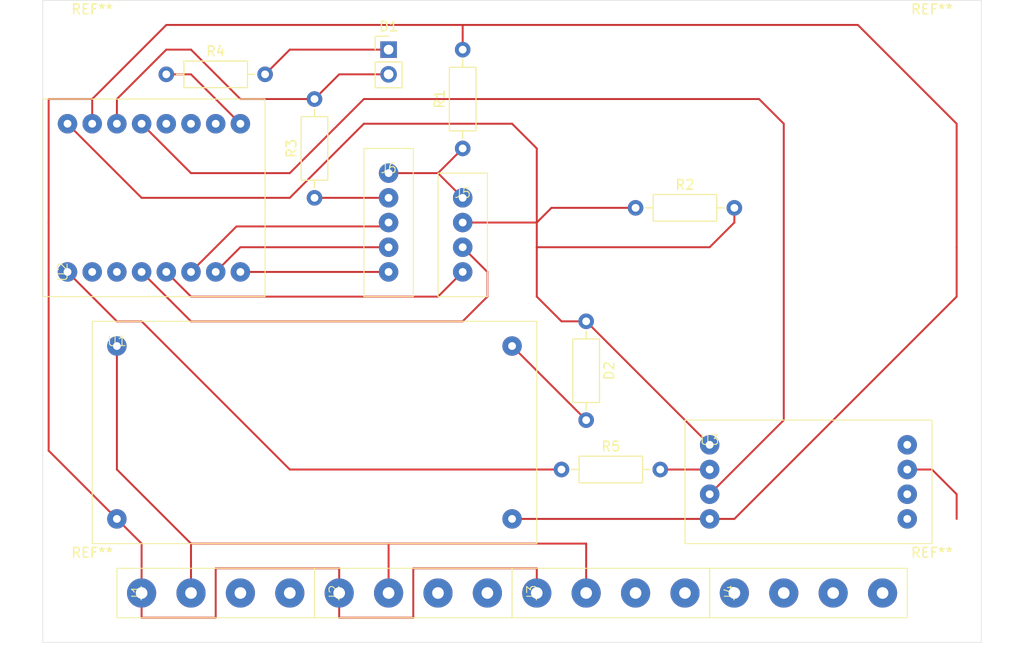
<source format=kicad_pcb>
(kicad_pcb (version 20241229) (generator "pcbnew") (generator_version "9.0")
  (layers (0 "F.Cu" signal) (2 "B.Cu" signal) (13 "F.Paste" user) (15 "B.Paste" user) (5 "F.SilkS" user "F.Silkscreen") (7 "B.SilkS" user "B.Silkscreen") (1 "F.Mask" user) (3 "B.Mask" user) (25 "Edge.Cuts" user))
  (net 0 "")
  (net 1 "/CANH")
  (net 2 "/CANL")
  (net 3 "/12V")
  (net 4 "/GND")
  (net 5 "/5V")
  (net 9 "Net-(J5-Pin_3)")
  (net 10 "Net-(J5-Pin_4)")
  (net 11 "Net-(D1-K)")
  (net 12 "Net-(J6-Pin_4)")
  (net 14 "Net-(J6-Pin_5)")
  (net 15 "Net-(J6-Pin_3)")
  (net 17 "Net-(U2-Pin_1)")
  (net 18 "/3V3")
  (net 19 "Net-(U2-Pin_13)")
  (net 22 "Net-(U2-Pin_9)")
  (net 23 "Net-(D2-A)")
  (net 24 "Net-(U3-Pin_2)")
  (footprint "Resistor_THT:R_Axial_DIN0207_L6.3mm_D2.5mm_P10.16mm_Horizontal" (layer "F.Cu") (at 81.28 58.42 -90)
    (property "Reference" "D2" (at 5.08 -2.37 90) (layer "F.SilkS"))
    (property "Value" "D")
    (fp_line (start 1.04 0) (end 1.81 0) (stroke (width 0.12)) (layer "F.SilkS"))
    (fp_line (start 9.12 0) (end 8.35 0) (stroke (width 0.12)) (layer "F.SilkS"))
    (fp_rect (start 1.81 -1.37) (end 8.35 1.37) (stroke (width 0.12)) (fill no) (layer "F.SilkS"))
    (pad "1" thru_hole circle (at 0 0 270) (size 1.6 1.6) (drill 0.8) (layers "*.Cu" "*.Mask") (net 5 "/5V"))
    (pad "2" thru_hole circle (at 10.16 0 270) (size 1.6 1.6) (drill 0.8) (layers "*.Cu" "*.Mask") (net 23 "Net-(D2-A)"))
  )
  (footprint "Peabrain:ScrewTerminals_4P" (layer "F.Cu") (at 76.2 86.36 90)
    (property "Reference" "J3" (at 0 -0.5 90) (layer "F.SilkS") (effects (font (thickness 0.1))))
    (property "Value" "Screw Termial")
    (fp_rect (start -2.54 -2.54) (end 2.54 17.78) (stroke (width 0.1)) (fill no) (layer "F.SilkS"))
    (pad "1" thru_hole circle (at 0 0 90) (size 3 3) (drill 1.2) (layers "*.Cu" "F.Mask" "F.Paste") (net 4 "/GND"))
    (pad "2" thru_hole circle (at 0 5.08 90) (size 3 3) (drill 1.2) (layers "*.Cu" "F.Mask" "F.Paste") (net 3 "/12V"))
    (pad "3" thru_hole circle (at 0 10.16 90) (size 3 3) (drill 1.2) (layers "*.Cu" "F.Mask" "F.Paste") (net 1 "/CANH"))
    (pad "4" thru_hole circle (at 0 15.24 90) (size 3 3) (drill 1.2) (layers "*.Cu" "F.Mask" "F.Paste") (net 2 "/CANL"))
  )
  (footprint "Resistor_THT:R_Axial_DIN0207_L6.3mm_D2.5mm_P10.16mm_Horizontal" (layer "F.Cu") (at 78.74 73.66)
    (property "Reference" "R5" (at 5.08 -2.37 0) (layer "F.SilkS"))
    (property "Value" "~")
    (fp_line (start 1.04 0) (end 1.81 0) (stroke (width 0.12)) (layer "F.SilkS"))
    (fp_line (start 9.12 0) (end 8.35 0) (stroke (width 0.12)) (layer "F.SilkS"))
    (fp_rect (start 1.81 -1.37) (end 8.35 1.37) (stroke (width 0.12)) (fill no) (layer "F.SilkS"))
    (pad "1" thru_hole circle (at 0 0) (size 1.6 1.6) (drill 0.8) (layers "*.Cu" "*.Mask") (net 17 "Net-(U2-Pin_1)"))
    (pad "2" thru_hole circle (at 10.16 0) (size 1.6 1.6) (drill 0.8) (layers "*.Cu" "*.Mask") (net 24 "Net-(U3-Pin_2)"))
  )
  (footprint "Peabrain:TJA1050" (layer "F.Cu") (at 93.98 71.12)
    (property "Reference" "U3" (at 0 -0.5 0) (layer "F.SilkS") (effects (font (thickness 0.1))))
    (property "Value" "TJA1050")
    (fp_rect (start -2.54 -2.54) (end 22.86 10.16) (stroke (width 0.1)) (fill no) (layer "F.SilkS"))
    (pad "1" thru_hole circle (at 0 0) (size 2 2) (drill 0.8) (layers "*.Cu" "F.Mask" "F.Paste") (net 5 "/5V"))
    (pad "2" thru_hole circle (at 0 2.54) (size 2 2) (drill 0.8) (layers "*.Cu" "F.Mask" "F.Paste") (net 24 "Net-(U3-Pin_2)"))
    (pad "3" thru_hole circle (at 0 5.08) (size 2 2) (drill 0.8) (layers "*.Cu" "F.Mask" "F.Paste") (net 19 "Net-(U2-Pin_13)"))
    (pad "4" thru_hole circle (at 0 7.62) (size 2 2) (drill 0.8) (layers "*.Cu" "F.Mask" "F.Paste") (net 4 "/GND"))
    (pad "5" thru_hole circle (at 20.32 7.62) (size 2 2) (drill 0.8) (layers "*.Cu" "F.Mask" "F.Paste"))
    (pad "6" thru_hole circle (at 20.32 5.08) (size 2 2) (drill 0.8) (layers "*.Cu" "F.Mask" "F.Paste") (net 2 "/CANL"))
    (pad "7" thru_hole circle (at 20.32 2.54) (size 2 2) (drill 0.8) (layers "*.Cu" "F.Mask" "F.Paste") (net 1 "/CANH"))
    (pad "8" thru_hole circle (at 20.32 0) (size 2 2) (drill 0.8) (layers "*.Cu" "F.Mask" "F.Paste"))
  )
  (footprint "Connector_PinHeader_2.54mm:PinHeader_1x02_P2.54mm_Vertical" (layer "F.Cu") (at 60.96 30.48)
    (property "Reference" "D1" (at 0 -2.38 0) (layer "F.SilkS"))
    (property "Value" "LED")
    (fp_line (start -1.38 -1.38) (end 0 -1.38) (stroke (width 0.12)) (layer "F.SilkS"))
    (fp_line (start -1.38 0) (end -1.38 -1.38) (stroke (width 0.12)) (layer "F.SilkS"))
    (fp_line (start -1.38 1.27) (end -1.38 3.92) (stroke (width 0.12)) (layer "F.SilkS"))
    (fp_line (start -1.38 1.27) (end 1.38 1.27) (stroke (width 0.12)) (layer "F.SilkS"))
    (fp_line (start -1.38 3.92) (end 1.38 3.92) (stroke (width 0.12)) (layer "F.SilkS"))
    (fp_line (start 1.38 1.27) (end 1.38 3.92) (stroke (width 0.12)) (layer "F.SilkS"))
    (pad "1" thru_hole rect (at 0 0) (size 1.7 1.7) (drill 1) (layers "*.Cu" "*.Mask") (net 11 "Net-(D1-K)"))
    (pad "2" thru_hole circle (at 0 2.54) (size 1.7 1.7) (drill 1) (layers "*.Cu" "*.Mask") (net 18 "/3V3"))
  )
  (footprint "MountingHole:MountingHole_3.2mm_M3" (layer "F.Cu") (at 30.48 30.48)
    (property "Reference" "REF**" (at 0 -4.15 0) (layer "F.SilkS"))
    (property "Value" "MountingHole_3.2mm_M3")
    (pad "" np_thru_hole circle (at 0 0) (size 3.2 3.2) (drill 3.2) (layers "*.Cu" "*.Mask"))
  )
  (footprint "Resistor_THT:R_Axial_DIN0207_L6.3mm_D2.5mm_P10.16mm_Horizontal" (layer "F.Cu") (at 38.1 33.02)
    (property "Reference" "R4" (at 5.08 -2.37 0) (layer "F.SilkS"))
    (property "Value" "R")
    (fp_line (start 1.04 0) (end 1.81 0) (stroke (width 0.12)) (layer "F.SilkS"))
    (fp_line (start 9.12 0) (end 8.35 0) (stroke (width 0.12)) (layer "F.SilkS"))
    (fp_rect (start 1.81 -1.37) (end 8.35 1.37) (stroke (width 0.12)) (fill no) (layer "F.SilkS"))
    (pad "1" thru_hole circle (at 0 0) (size 1.6 1.6) (drill 0.8) (layers "*.Cu" "*.Mask") (net 22 "Net-(U2-Pin_9)"))
    (pad "2" thru_hole circle (at 10.16 0) (size 1.6 1.6) (drill 0.8) (layers "*.Cu" "*.Mask") (net 11 "Net-(D1-K)"))
  )
  (footprint "Peabrain:ScrewTerminals_4P" (layer "F.Cu") (at 96.52 86.36 90)
    (property "Reference" "J4" (at 0 -0.5 90) (layer "F.SilkS") (effects (font (thickness 0.1))))
    (property "Value" "Screw Termial")
    (fp_rect (start -2.54 -2.54) (end 2.54 17.78) (stroke (width 0.1)) (fill no) (layer "F.SilkS"))
    (pad "1" thru_hole circle (at 0 0 90) (size 3 3) (drill 1.2) (layers "*.Cu" "F.Mask" "F.Paste"))
    (pad "2" thru_hole circle (at 0 5.08 90) (size 3 3) (drill 1.2) (layers "*.Cu" "F.Mask" "F.Paste"))
    (pad "3" thru_hole circle (at 0 10.16 90) (size 3 3) (drill 1.2) (layers "*.Cu" "F.Mask" "F.Paste"))
    (pad "4" thru_hole circle (at 0 15.24 90) (size 3 3) (drill 1.2) (layers "*.Cu" "F.Mask" "F.Paste"))
  )
  (footprint "Peabrain:ScrewTerminals_4P" (layer "F.Cu") (at 55.88 86.36 90)
    (property "Reference" "J2" (at 0 -0.5 90) (layer "F.SilkS") (effects (font (thickness 0.1))))
    (property "Value" "Screw Terminal")
    (fp_rect (start -2.54 -2.54) (end 2.54 17.78) (stroke (width 0.1)) (fill no) (layer "F.SilkS"))
    (pad "1" thru_hole circle (at 0 0 90) (size 3 3) (drill 1.2) (layers "*.Cu" "F.Mask" "F.Paste") (net 4 "/GND"))
    (pad "2" thru_hole circle (at 0 5.08 90) (size 3 3) (drill 1.2) (layers "*.Cu" "F.Mask" "F.Paste") (net 3 "/12V"))
    (pad "3" thru_hole circle (at 0 10.16 90) (size 3 3) (drill 1.2) (layers "*.Cu" "F.Mask" "F.Paste") (net 1 "/CANH"))
    (pad "4" thru_hole circle (at 0 15.24 90) (size 3 3) (drill 1.2) (layers "*.Cu" "F.Mask" "F.Paste") (net 2 "/CANL"))
  )
  (footprint "Resistor_THT:R_Axial_DIN0207_L6.3mm_D2.5mm_P10.16mm_Horizontal" (layer "F.Cu") (at 68.58 40.64 90)
    (property "Reference" "R1" (at 5.08 -2.37 90) (layer "F.SilkS"))
    (property "Value" "R")
    (fp_line (start 9.12 0) (end 8.35 0) (stroke (width 0.12)) (layer "F.SilkS"))
    (fp_line (start 1.04 0) (end 1.81 0) (stroke (width 0.12)) (layer "F.SilkS"))
    (fp_rect (start 1.81 -1.37) (end 8.35 1.37) (stroke (width 0.12)) (fill no) (layer "F.SilkS"))
    (pad "1" thru_hole circle (at 0 0 90) (size 1.6 1.6) (drill 0.8) (layers "*.Cu" "*.Mask") (net 4 "/GND"))
    (pad "2" thru_hole circle (at 10.16 0 90) (size 1.6 1.6) (drill 0.8) (layers "*.Cu" "*.Mask") (net 4 "/GND"))
  )
  (footprint "Peabrain:ScrewTerminals_4P" (layer "F.Cu") (at 35.56 86.36 90)
    (property "Reference" "J1" (at 0 -0.5 90) (layer "F.SilkS") (effects (font (thickness 0.1))))
    (property "Value" "Screw Termial")
    (fp_rect (start -2.54 -2.54) (end 2.54 17.78) (stroke (width 0.1)) (fill no) (layer "F.SilkS"))
    (pad "1" thru_hole circle (at 0 0 90) (size 3 3) (drill 1.2) (layers "*.Cu" "F.Mask" "F.Paste") (net 4 "/GND"))
    (pad "2" thru_hole circle (at 0 5.08 90) (size 3 3) (drill 1.2) (layers "*.Cu" "F.Mask" "F.Paste") (net 3 "/12V"))
    (pad "3" thru_hole circle (at 0 10.16 90) (size 3 3) (drill 1.2) (layers "*.Cu" "F.Mask" "F.Paste") (net 1 "/CANH"))
    (pad "4" thru_hole circle (at 0 15.24 90) (size 3 3) (drill 1.2) (layers "*.Cu" "F.Mask" "F.Paste") (net 2 "/CANL"))
  )
  (footprint "MountingHole:MountingHole_3.2mm_M3" (layer "F.Cu") (at 116.84 86.36)
    (property "Reference" "REF**" (at 0 -4.15 0) (layer "F.SilkS"))
    (property "Value" "MountingHole_3.2mm_M3")
    (pad "" np_thru_hole circle (at 0 0) (size 3.2 3.2) (drill 3.2) (layers "*.Cu" "*.Mask"))
  )
  (footprint "Resistor_THT:R_Axial_DIN0207_L6.3mm_D2.5mm_P10.16mm_Horizontal" (layer "F.Cu") (at 53.34 45.72 90)
    (property "Reference" "R3" (at 5.08 -2.37 90) (layer "F.SilkS"))
    (property "Value" "R")
    (fp_line (start 9.12 0) (end 8.35 0) (stroke (width 0.12)) (layer "F.SilkS"))
    (fp_line (start 1.04 0) (end 1.81 0) (stroke (width 0.12)) (layer "F.SilkS"))
    (fp_rect (start 1.81 -1.37) (end 8.35 1.37) (stroke (width 0.12)) (fill no) (layer "F.SilkS"))
    (pad "1" thru_hole circle (at 0 0 90) (size 1.6 1.6) (drill 0.8) (layers "*.Cu" "*.Mask") (net 18 "/3V3"))
    (pad "2" thru_hole circle (at 10.16 0 90) (size 1.6 1.6) (drill 0.8) (layers "*.Cu" "*.Mask") (net 18 "/3V3"))
  )
  (footprint "Peabrain:VoltageRegulator" (layer "F.Cu") (at 33.02 60.96)
    (property "Reference" "U1" (at 0 -0.5 0) (layer "F.SilkS") (effects (font (thickness 0.1))))
    (property "Value" "VoltageRegulator")
    (fp_rect (start -2.54 -2.54) (end 43.18 20.32) (stroke (width 0.1)) (fill no) (layer "F.SilkS"))
    (pad "1" thru_hole circle (at 0 0) (size 2 2) (drill 0.8) (layers "*.Cu" "F.Mask" "F.Paste") (net 3 "/12V"))
    (pad "2" thru_hole circle (at 0 17.78) (size 2 2) (drill 0.8) (layers "*.Cu" "F.Mask" "F.Paste") (net 4 "/GND"))
    (pad "3" thru_hole circle (at 40.64 17.78) (size 2 2) (drill 0.8) (layers "*.Cu" "F.Mask" "F.Paste") (net 4 "/GND"))
    (pad "4" thru_hole circle (at 40.64 0) (size 2 2) (drill 0.8) (layers "*.Cu" "F.Mask" "F.Paste") (net 23 "Net-(D2-A)"))
  )
  (footprint "MountingHole:MountingHole_3.2mm_M3" (layer "F.Cu") (at 116.84 30.48)
    (property "Reference" "REF**" (at 0 -4.15 0) (layer "F.SilkS"))
    (property "Value" "MountingHole_3.2mm_M3")
    (pad "" np_thru_hole circle (at 0 0) (size 3.2 3.2) (drill 3.2) (layers "*.Cu" "*.Mask"))
  )
  (footprint "Resistor_THT:R_Axial_DIN0207_L6.3mm_D2.5mm_P10.16mm_Horizontal" (layer "F.Cu") (at 86.36 46.75)
    (property "Reference" "R2" (at 5.08 -2.37 0) (layer "F.SilkS"))
    (property "Value" "R")
    (fp_line (start 1.04 0) (end 1.81 0) (stroke (width 0.12)) (layer "F.SilkS"))
    (fp_line (start 9.12 0) (end 8.35 0) (stroke (width 0.12)) (layer "F.SilkS"))
    (fp_rect (start 1.81 -1.37) (end 8.35 1.37) (stroke (width 0.12)) (fill no) (layer "F.SilkS"))
    (pad "1" thru_hole circle (at 0 0) (size 1.6 1.6) (drill 0.8) (layers "*.Cu" "*.Mask") (net 5 "/5V"))
    (pad "2" thru_hole circle (at 10.16 0) (size 1.6 1.6) (drill 0.8) (layers "*.Cu" "*.Mask") (net 5 "/5V"))
  )
  (footprint "Peabrain:RotaryEncoderConnection" (layer "F.Cu") (at 60.96 43.18)
    (property "Reference" "J6" (at 0 -0.5 0) (layer "F.SilkS") (effects (font (thickness 0.1))))
    (property "Value" "RotaryEncoder")
    (fp_rect (start -2.54 -2.54) (end 2.54 12.7) (stroke (width 0.1)) (fill no) (layer "F.SilkS"))
    (pad "1" thru_hole circle (at 0 0) (size 2 2) (drill 0.8) (layers "*.Cu" "F.Mask" "F.Paste") (net 4 "/GND"))
    (pad "2" thru_hole circle (at 0 2.54) (size 2 2) (drill 0.8) (layers "*.Cu" "F.Mask" "F.Paste") (net 18 "/3V3"))
    (pad "3" thru_hole circle (at 0 5.08) (size 2 2) (drill 0.8) (layers "*.Cu" "F.Mask" "F.Paste") (net 15 "Net-(J6-Pin_3)"))
    (pad "4" thru_hole circle (at 0 7.62) (size 2 2) (drill 0.8) (layers "*.Cu" "F.Mask" "F.Paste") (net 12 "Net-(J6-Pin_4)"))
    (pad "5" thru_hole circle (at 0 10.16) (size 2 2) (drill 0.8) (layers "*.Cu" "F.Mask" "F.Paste") (net 14 "Net-(J6-Pin_5)"))
  )
  (footprint "Peabrain:I2C_Connector" (layer "F.Cu") (at 68.58 45.72)
    (property "Reference" "J5" (at 0 -0.5 0) (layer "F.SilkS") (effects (font (thickness 0.1))))
    (property "Value" "I2C")
    (fp_rect (start -2.54 -2.54) (end 2.54 10.16) (stroke (width 0.1)) (fill no) (layer "F.SilkS"))
    (pad "1" thru_hole circle (at 0 0) (size 2 2) (drill 0.8) (layers "*.Cu" "F.Mask" "F.Paste") (net 4 "/GND"))
    (pad "2" thru_hole circle (at 0 2.54) (size 2 2) (drill 0.8) (layers "*.Cu" "F.Mask" "F.Paste") (net 5 "/5V"))
    (pad "3" thru_hole circle (at 0 5.08) (size 2 2) (drill 0.8) (layers "*.Cu" "F.Mask" "F.Paste") (net 9 "Net-(J5-Pin_3)"))
    (pad "4" thru_hole circle (at 0 7.62) (size 2 2) (drill 0.8) (layers "*.Cu" "F.Mask" "F.Paste") (net 10 "Net-(J5-Pin_4)"))
  )
  (footprint "Peabrain:ESP32" (layer "F.Cu") (at 27.94 53.34 90)
    (property "Reference" "U2" (at 0 -0.5 90) (layer "F.SilkS") (effects (font (thickness 0.1))))
    (property "Value" "ESP32")
    (fp_rect (start -2.54 -2.54) (end 17.78 20.32) (stroke (width 0.1)) (fill no) (layer "F.SilkS"))
    (pad "1" thru_hole circle (at 0 0 90) (size 2 2) (drill 0.8) (layers "*.Cu" "F.Mask" "F.Paste") (net 17 "Net-(U2-Pin_1)"))
    (pad "2" thru_hole circle (at 0 2.54 90) (size 2 2) (drill 0.8) (layers "*.Cu" "F.Mask" "F.Paste"))
    (pad "3" thru_hole circle (at 0 5.08 90) (size 2 2) (drill 0.8) (layers "*.Cu" "F.Mask" "F.Paste"))
    (pad "4" thru_hole circle (at 0 7.62 90) (size 2 2) (drill 0.8) (layers "*.Cu" "F.Mask" "F.Paste") (net 9 "Net-(J5-Pin_3)"))
    (pad "5" thru_hole circle (at 0 10.16 90) (size 2 2) (drill 0.8) (layers "*.Cu" "F.Mask" "F.Paste") (net 10 "Net-(J5-Pin_4)"))
    (pad "6" thru_hole circle (at 0 12.7 90) (size 2 2) (drill 0.8) (layers "*.Cu" "F.Mask" "F.Paste") (net 15 "Net-(J6-Pin_3)"))
    (pad "7" thru_hole circle (at 0 15.24 90) (size 2 2) (drill 0.8) (layers "*.Cu" "F.Mask" "F.Paste") (net 12 "Net-(J6-Pin_4)"))
    (pad "8" thru_hole circle (at 0 17.78 90) (size 2 2) (drill 0.8) (layers "*.Cu" "F.Mask" "F.Paste") (net 14 "Net-(J6-Pin_5)"))
    (pad "9" thru_hole circle (at 15.24 17.78 90) (size 2 2) (drill 0.8) (layers "*.Cu" "F.Mask" "F.Paste") (net 22 "Net-(U2-Pin_9)"))
    (pad "10" thru_hole circle (at 15.24 15.24 90) (size 2 2) (drill 0.8) (layers "*.Cu" "F.Mask" "F.Paste"))
    (pad "11" thru_hole circle (at 15.24 12.7 90) (size 2 2) (drill 0.8) (layers "*.Cu" "F.Mask" "F.Paste"))
    (pad "12" thru_hole circle (at 15.24 10.16 90) (size 2 2) (drill 0.8) (layers "*.Cu" "F.Mask" "F.Paste"))
    (pad "13" thru_hole circle (at 15.24 7.62 90) (size 2 2) (drill 0.8) (layers "*.Cu" "F.Mask" "F.Paste") (net 19 "Net-(U2-Pin_13)"))
    (pad "14" thru_hole circle (at 15.24 5.08 90) (size 2 2) (drill 0.8) (layers "*.Cu" "F.Mask" "F.Paste") (net 18 "/3V3"))
    (pad "15" thru_hole circle (at 15.24 2.54 90) (size 2 2) (drill 0.8) (layers "*.Cu" "F.Mask" "F.Paste") (net 4 "/GND"))
    (pad "16" thru_hole circle (at 15.24 0 90) (size 2 2) (drill 0.8) (layers "*.Cu" "F.Mask" "F.Paste") (net 5 "/5V"))
  )
  (footprint "MountingHole:MountingHole_3.2mm_M3" (layer "F.Cu") (at 30.48 86.36)
    (property "Reference" "REF**" (at 0 -4.15 0) (layer "F.SilkS"))
    (property "Value" "MountingHole_3.2mm_M3")
    (pad "" np_thru_hole circle (at 0 0) (size 3.2 3.2) (drill 3.2) (layers "*.Cu" "*.Mask"))
  )
  (gr_line (start 73.66 60.96) (end 81.28 68.58) (stroke (width 0.2)) (layer "F.Cu") (net 23))
  (gr_line (start 119.38 50.8) (end 119.38 38.1) (stroke (width 0.2)) (layer "F.Cu") (net 4))
  (gr_line (start 109.22 27.94) (end 119.38 38.1) (stroke (width 0.2)) (layer "F.Cu") (net 4))
  (gr_line (start 73.66 78.74) (end 96.52 78.74) (stroke (width 0.2)) (layer "F.Cu") (net 4))
  (gr_rect (start 25.4 25.4) (end 121.92 91.44) (stroke (width 0.05)) (fill no) (layer "Edge.Cuts"))
  (segment (start 114.3 73.66) (end 116.84 73.66) (width 0.2) (layer "F.Cu") (net 1))
  (segment (start 116.84 73.66) (end 119.38 76.2) (width 0.2) (layer "F.Cu") (net 1))
  (segment (start 119.38 76.2) (end 119.38 78.74) (width 0.2) (layer "F.Cu") (net 1))
  (segment (start 81.28 81.28) (end 81.28 86.36) (width 0.2) (layer "F.Cu") (net 3))
  (segment (start 33.02 73.66) (end 33.02 60.96) (width 0.2) (layer "F.Cu") (net 3))
  (segment (start 40.64 81.28) (end 33.02 73.66) (width 0.2) (layer "F.Cu") (net 3))
  (segment (start 60.96 81.28) (end 40.64 81.28) (width 0.2) (layer "F.Cu") (net 3))
  (segment (start 40.64 81.28) (end 40.64 86.36) (width 0.2) (layer "F.Cu") (net 3))
  (segment (start 60.96 81.28) (end 60.96 86.36) (width 0.2) (layer "F.Cu") (net 3))
  (segment (start 60.96 81.28) (end 81.28 81.28) (width 0.2) (layer "F.Cu") (net 3))
  (segment (start 26.001 48.26) (end 26.001 71.721) (width 0.2) (layer "F.Cu") (net 4))
  (segment (start 63.5 83.82) (end 76.2 83.82) (width 0.2) (layer "F.Cu") (net 4))
  (segment (start 76.2 83.82) (end 76.2 86.36) (width 0.2) (layer "F.Cu") (net 4))
  (segment (start 43.18 83.82) (end 55.88 83.82) (width 0.2) (layer "F.Cu") (net 4))
  (segment (start 55.88 86.36) (end 55.88 88.9) (width 0.2) (layer "F.Cu") (net 4))
  (segment (start 68.58 30.48) (end 68.58 27.94) (width 0.2) (layer "F.Cu") (net 4))
  (segment (start 30.48 35.56) (end 26.001 35.56) (width 0.2) (layer "F.Cu") (net 4))
  (segment (start 26.001 71.721) (end 33.02 78.74) (width 0.2) (layer "F.Cu") (net 4))
  (segment (start 68.58 27.94) (end 109.22 27.94) (width 0.2) (layer "F.Cu") (net 4))
  (segment (start 66.04 43.18) (end 68.58 40.64) (width 0.2) (layer "F.Cu") (net 4))
  (segment (start 96.52 78.74) (end 119.38 55.88) (width 0.2) (layer "F.Cu") (net 4))
  (segment (start 35.56 88.9) (end 43.18 88.9) (width 0.2) (layer "F.Cu") (net 4))
  (segment (start 119.38 55.88) (end 119.38 50.8) (width 0.2) (layer "F.Cu") (net 4))
  (segment (start 60.96 43.18) (end 66.04 43.18) (width 0.2) (layer "F.Cu") (net 4))
  (segment (start 35.56 86.36) (end 35.56 88.9) (width 0.2) (layer "F.Cu") (net 4))
  (segment (start 35.56 81.28) (end 35.56 86.36) (width 0.2) (layer "F.Cu") (net 4))
  (segment (start 43.18 88.9) (end 43.18 83.82) (width 0.2) (layer "F.Cu") (net 4))
  (segment (start 63.5 88.9) (end 63.5 83.82) (width 0.2) (layer "F.Cu") (net 4))
  (segment (start 55.88 83.82) (end 55.88 86.36) (width 0.2) (layer "F.Cu") (net 4))
  (segment (start 26.001 35.56) (end 26.001 48.26) (width 0.2) (layer "F.Cu") (net 4))
  (segment (start 30.48 35.56) (end 38.1 27.94) (width 0.2) (layer "F.Cu") (net 4))
  (segment (start 30.48 38.1) (end 30.48 35.56) (width 0.2) (layer "F.Cu") (net 4))
  (segment (start 33.02 78.74) (end 35.56 81.28) (width 0.2) (layer "F.Cu") (net 4))
  (segment (start 66.04 43.18) (end 68.58 45.72) (width 0.2) (layer "F.Cu") (net 4))
  (segment (start 55.88 88.9) (end 63.5 88.9) (width 0.2) (layer "F.Cu") (net 4))
  (segment (start 38.1 27.94) (end 68.58 27.94) (width 0.2) (layer "F.Cu") (net 4))
  (segment (start 93.98 50.8) (end 76.2 50.8) (width 0.2) (layer "F.Cu") (net 5))
  (segment (start 76.2 48.26) (end 76.2 50.8) (width 0.2) (layer "F.Cu") (net 5))
  (segment (start 68.58 48.26) (end 76.2 48.26) (width 0.2) (layer "F.Cu") (net 5))
  (segment (start 77.71 46.75) (end 76.2 48.26) (width 0.2) (layer "F.Cu") (net 5))
  (segment (start 76.2 40.64) (end 76.2 48.26) (width 0.2) (layer "F.Cu") (net 5))
  (segment (start 86.36 46.75) (end 77.71 46.75) (width 0.2) (layer "F.Cu") (net 5))
  (segment (start 96.52 46.75) (end 96.52 48.26) (width 0.2) (layer "F.Cu") (net 5))
  (segment (start 27.94 38.1) (end 35.56 45.72) (width 0.2) (layer "F.Cu") (net 5))
  (segment (start 78.74 58.42) (end 81.28 58.42) (width 0.2) (layer "F.Cu") (net 5))
  (segment (start 81.28 58.42) (end 93.98 71.12) (width 0.2) (layer "F.Cu") (net 5))
  (segment (start 76.2 55.88) (end 78.74 58.42) (width 0.2) (layer "F.Cu") (net 5))
  (segment (start 58.42 38.1) (end 73.66 38.1) (width 0.2) (layer "F.Cu") (net 5))
  (segment (start 76.2 50.8) (end 76.2 55.88) (width 0.2) (layer "F.Cu") (net 5))
  (segment (start 96.52 48.26) (end 93.98 50.8) (width 0.2) (layer "F.Cu") (net 5))
  (segment (start 73.66 38.1) (end 76.2 40.64) (width 0.2) (layer "F.Cu") (net 5))
  (segment (start 50.8 45.72) (end 58.42 38.1) (width 0.2) (layer "F.Cu") (net 5))
  (segment (start 35.56 45.72) (end 50.8 45.72) (width 0.2) (layer "F.Cu") (net 5))
  (segment (start 71.12 55.88) (end 71.12 53.34) (width 0.2) (layer "F.Cu") (net 9))
  (segment (start 68.58 58.42) (end 71.12 55.88) (width 0.2) (layer "F.Cu") (net 9))
  (segment (start 40.64 58.42) (end 68.58 58.42) (width 0.2) (layer "F.Cu") (net 9))
  (segment (start 35.56 53.34) (end 40.64 58.42) (width 0.2) (layer "F.Cu") (net 9))
  (segment (start 71.12 53.34) (end 68.58 50.8) (width 0.2) (layer "F.Cu") (net 9))
  (segment (start 40.64 55.88) (end 38.1 53.34) (width 0.2) (layer "F.Cu") (net 10))
  (segment (start 66.04 55.88) (end 40.64 55.88) (width 0.2) (layer "F.Cu") (net 10))
  (segment (start 68.58 53.34) (end 66.04 55.88) (width 0.2) (layer "F.Cu") (net 10))
  (segment (start 50.8 30.48) (end 60.96 30.48) (width 0.2) (layer "F.Cu") (net 11))
  (segment (start 48.26 33.02) (end 50.8 30.48) (width 0.2) (layer "F.Cu") (net 11))
  (segment (start 43.18 53.34) (end 45.72 50.8) (width 0.2) (layer "F.Cu") (net 12))
  (segment (start 45.72 50.8) (end 60.96 50.8) (width 0.2) (layer "F.Cu") (net 12))
  (segment (start 45.72 53.34) (end 60.96 53.34) (width 0.2) (layer "F.Cu") (net 14))
  (segment (start 60.559 48.661) (end 60.96 48.26) (width 0.2) (layer "F.Cu") (net 15))
  (segment (start 45.319 48.661) (end 60.559 48.661) (width 0.2) (layer "F.Cu") (net 15))
  (segment (start 40.64 53.34) (end 45.319 48.661) (width 0.2) (layer "F.Cu") (net 15))
  (segment (start 50.8 73.66) (end 78.74 73.66) (width 0.2) (layer "F.Cu") (net 17))
  (segment (start 27.94 53.34) (end 33.02 58.42) (width 0.2) (layer "F.Cu") (net 17))
  (segment (start 33.02 58.42) (end 35.56 58.42) (width 0.2) (layer "F.Cu") (net 17))
  (segment (start 35.56 58.42) (end 50.8 73.66) (width 0.2) (layer "F.Cu") (net 17))
  (segment (start 33.02 38.1) (end 33.02 35.56) (width 0.2) (layer "F.Cu") (net 18))
  (segment (start 38.1 30.48) (end 40.64 30.48) (width 0.2) (layer "F.Cu") (net 18))
  (segment (start 40.64 30.48) (end 45.72 35.56) (width 0.2) (layer "F.Cu") (net 18))
  (segment (start 53.34 35.56) (end 55.88 33.02) (width 0.2) (layer "F.Cu") (net 18))
  (segment (start 45.72 35.56) (end 53.34 35.56) (width 0.2) (layer "F.Cu") (net 18))
  (segment (start 53.34 45.72) (end 60.96 45.72) (width 0.2) (layer "F.Cu") (net 18))
  (segment (start 55.88 33.02) (end 60.96 33.02) (width 0.2) (layer "F.Cu") (net 18))
  (segment (start 33.02 35.56) (end 38.1 30.48) (width 0.2) (layer "F.Cu") (net 18))
  (segment (start 58.42 35.56) (end 99.06 35.56) (width 0.2) (layer "F.Cu") (net 19))
  (segment (start 99.06 35.56) (end 101.6 38.1) (width 0.2) (layer "F.Cu") (net 19))
  (segment (start 35.56 38.1) (end 40.64 43.18) (width 0.2) (layer "F.Cu") (net 19))
  (segment (start 50.8 43.18) (end 58.42 35.56) (width 0.2) (layer "F.Cu") (net 19))
  (segment (start 93.98 76.2) (end 101.6 68.58) (width 0.2) (layer "F.Cu") (net 19))
  (segment (start 40.64 43.18) (end 50.8 43.18) (width 0.2) (layer "F.Cu") (net 19))
  (segment (start 101.6 38.1) (end 101.6 68.58) (width 0.2) (layer "F.Cu") (net 19))
  (segment (start 45.72 38.1) (end 40.64 33.02) (width 0.2) (layer "F.Cu") (net 22))
  (segment (start 40.64 33.02) (end 38.1 33.02) (width 0.2) (layer "F.Cu") (net 22))
  (segment (start 88.9 73.66) (end 93.98 73.66) (width 0.2) (layer "F.Cu") (net 24))
)
</source>
